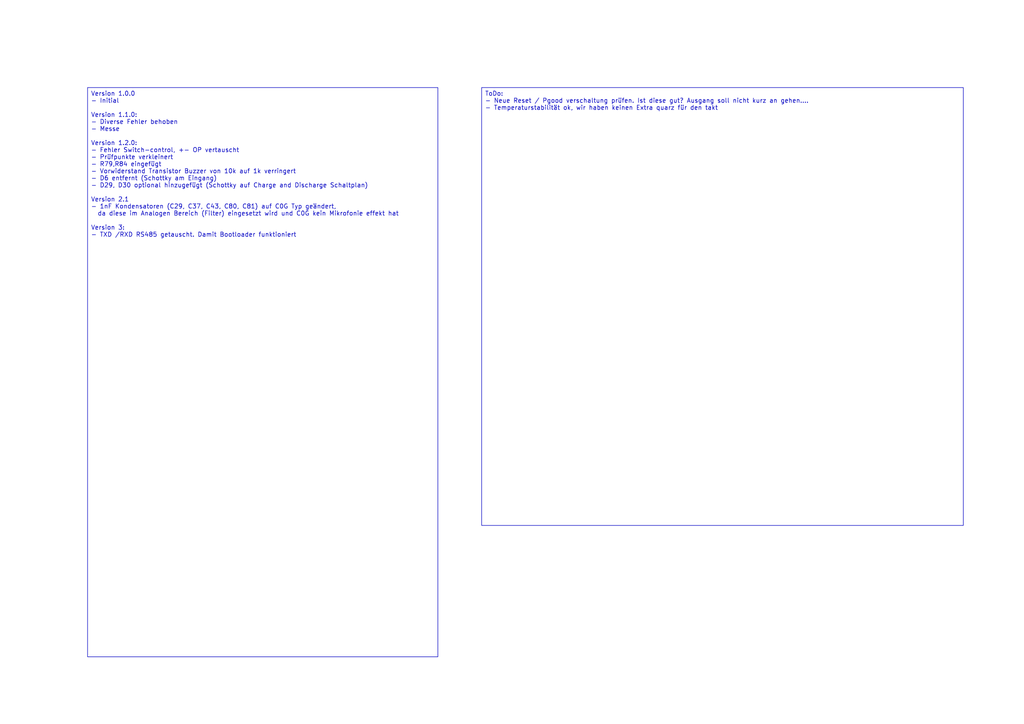
<source format=kicad_sch>
(kicad_sch
	(version 20250114)
	(generator "eeschema")
	(generator_version "9.0")
	(uuid "8759f1e7-f0ef-44cd-8f8e-adb04002c292")
	(paper "A4")
	(lib_symbols)
	(text_box "ToDo:\n- Neue Reset / Pgood verschaltung prüfen. Ist diese gut? Ausgang soll nicht kurz an gehen....\n- Temperaturstabilität ok, wir haben keinen Extra quarz für den takt"
		(exclude_from_sim no)
		(at 139.7 25.4 0)
		(size 139.7 127)
		(margins 0.9525 0.9525 0.9525 0.9525)
		(stroke
			(width 0)
			(type solid)
		)
		(fill
			(type none)
		)
		(effects
			(font
				(size 1.27 1.27)
			)
			(justify left top)
		)
		(uuid "2dae26e8-5da5-4cc9-afae-210b0fd7b166")
	)
	(text_box "Version 1.0.0\n- Initial\n\nVersion 1.1.0:\n- Diverse Fehler behoben\n- Messe\n\nVersion 1.2.0:\n- Fehler Switch-control, +- OP vertauscht\n- Prüfpunkte verkleinert\n- R79,R84 eingefügt\n- Vorwiderstand Transistor Buzzer von 10k auf 1k verringert\n- D6 entfernt (Schottky am Eingang)\n- D29, D30 optional hinzugefügt (Schottky auf Charge and Discharge Schaltplan)\n\nVersion 2.1\n- 1nF Kondensatoren (C29, C37, C43, C80, C81) auf C0G Typ geändert, \n  da diese im Analogen Bereich (Filter) eingesetzt wird und C0G kein Mikrofonie effekt hat\n\nVersion 3:\n- TXD /RXD RS485 getauscht. Damit Bootloader funktioniert"
		(exclude_from_sim no)
		(at 25.4 25.4 0)
		(size 101.6 165.1)
		(margins 0.9525 0.9525 0.9525 0.9525)
		(stroke
			(width 0)
			(type solid)
		)
		(fill
			(type none)
		)
		(effects
			(font
				(size 1.27 1.27)
			)
			(justify left top)
		)
		(uuid "e4449086-f7fb-4107-b6ec-733651e9792f")
	)
)

</source>
